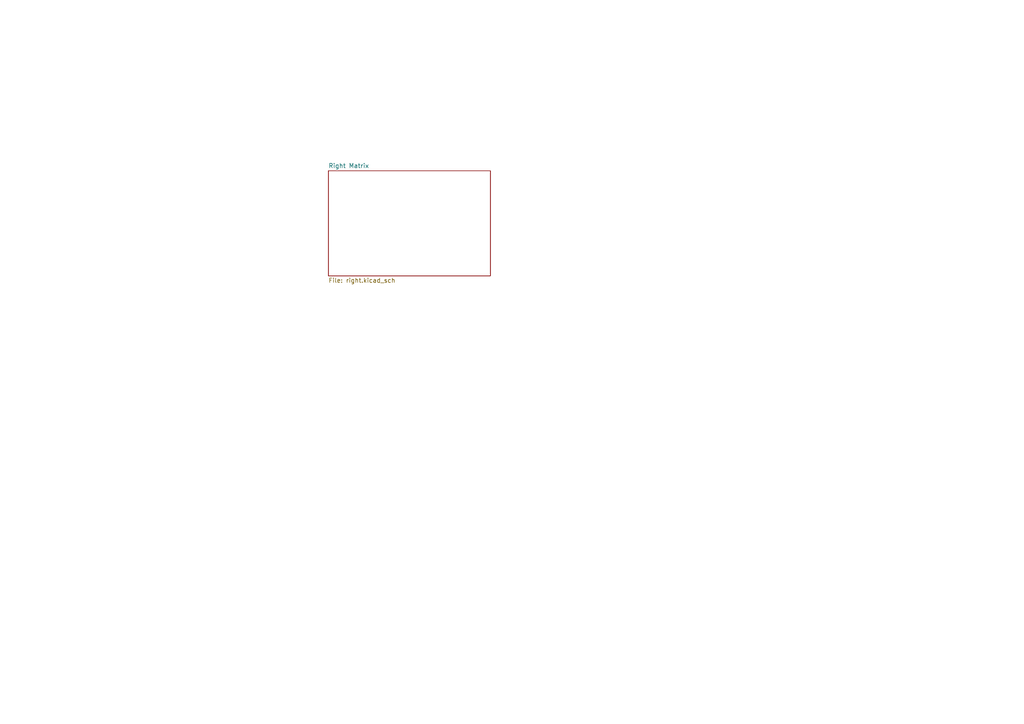
<source format=kicad_sch>
(kicad_sch (version 20230121) (generator eeschema)
  (paper "A4")
  (title_block (title "Lotus 46 unWired") (date "2023-08-20") (rev "v1.00") (company "Markus Knutsson <markus.knutsson@tweety.se>") (comment 1 "https://github.com/TweetyDaBird") (comment 2 "Licensed under Creative Commons BY-SA 4.0 International "))
  (lib_symbols)
  (sheet (at 95.25 49.53) (size 46.99 30.48) (stroke (width 0.1524))
    (property "Sheetname" "Right Matrix" (at 95.25 48.8184 0) (effects (justify left bottom)))
    (property "Sheetfile" "right.kicad_sch" (at 95.25 80.5946 0) (effects (justify left top)))
  )
)
</source>
